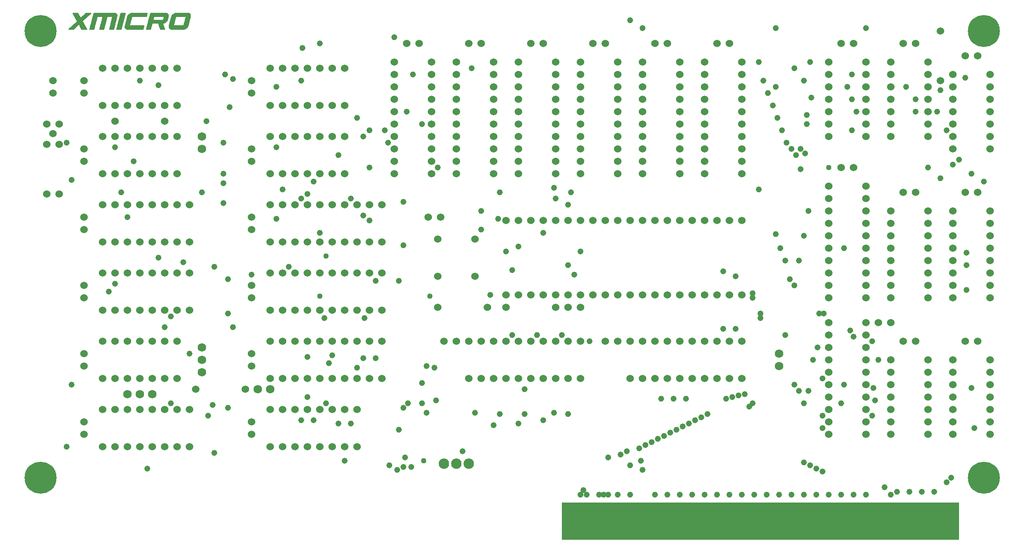
<source format=gts>
G75*
G70*
%OFA0B0*%
%FSLAX24Y24*%
%IPPOS*%
%LPD*%
%AMOC8*
5,1,8,0,0,1.08239X$1,22.5*
%
%ADD10C,0.0060*%
%ADD11C,0.0600*%
%ADD12R,3.2000X0.3000*%
%ADD13C,0.0680*%
%ADD14C,0.2580*%
%ADD15C,0.0476*%
%ADD16C,0.0840*%
%ADD17C,0.0437*%
D10*
X004461Y041254D02*
X005156Y041884D01*
X004788Y042535D01*
X005196Y042535D01*
X005418Y042129D01*
X005859Y042535D01*
X006247Y042535D01*
X005548Y041894D01*
X005920Y041254D01*
X005508Y041254D01*
X005286Y041660D01*
X004849Y041254D01*
X004461Y041254D01*
X004513Y041301D02*
X004899Y041301D01*
X004962Y041359D02*
X004577Y041359D01*
X004642Y041418D02*
X005025Y041418D01*
X005088Y041476D02*
X004706Y041476D01*
X004771Y041535D02*
X005151Y041535D01*
X005214Y041593D02*
X004835Y041593D01*
X004900Y041652D02*
X005277Y041652D01*
X005290Y041652D02*
X005689Y041652D01*
X005655Y041710D02*
X004964Y041710D01*
X005029Y041769D02*
X005621Y041769D01*
X005587Y041827D02*
X005093Y041827D01*
X005155Y041886D02*
X005553Y041886D01*
X005602Y041944D02*
X005122Y041944D01*
X005089Y042003D02*
X005666Y042003D01*
X005730Y042061D02*
X005056Y042061D01*
X005023Y042120D02*
X005794Y042120D01*
X005858Y042178D02*
X005472Y042178D01*
X005391Y042178D02*
X004990Y042178D01*
X004957Y042237D02*
X005359Y042237D01*
X005327Y042295D02*
X004924Y042295D01*
X004890Y042354D02*
X005295Y042354D01*
X005263Y042412D02*
X004857Y042412D01*
X004824Y042471D02*
X005231Y042471D01*
X005199Y042529D02*
X004791Y042529D01*
X005535Y042237D02*
X005922Y042237D01*
X005985Y042295D02*
X005599Y042295D01*
X005662Y042354D02*
X006049Y042354D01*
X006113Y042412D02*
X005726Y042412D01*
X005789Y042471D02*
X006177Y042471D01*
X006241Y042529D02*
X005853Y042529D01*
X006435Y042354D02*
X008350Y042354D01*
X008350Y042370D02*
X008350Y042296D01*
X008339Y042222D01*
X008087Y041254D01*
X007742Y041254D01*
X008007Y042264D01*
X007557Y042264D01*
X007296Y041254D01*
X006946Y041254D01*
X007211Y042264D01*
X006761Y042264D01*
X006500Y041254D01*
X006151Y041254D01*
X006482Y042535D01*
X008168Y042535D01*
X008204Y042534D01*
X008239Y042525D01*
X008272Y042508D01*
X008300Y042485D01*
X008325Y042451D01*
X008342Y042412D01*
X008350Y042370D01*
X008342Y042412D02*
X006450Y042412D01*
X006465Y042471D02*
X008310Y042471D01*
X008221Y042529D02*
X006480Y042529D01*
X006420Y042295D02*
X008350Y042295D01*
X008341Y042237D02*
X008000Y042237D01*
X007985Y042178D02*
X008327Y042178D01*
X008312Y042120D02*
X007969Y042120D01*
X007954Y042061D02*
X008297Y042061D01*
X008282Y042003D02*
X007938Y042003D01*
X007923Y041944D02*
X008267Y041944D01*
X008251Y041886D02*
X007908Y041886D01*
X007892Y041827D02*
X008236Y041827D01*
X008221Y041769D02*
X007877Y041769D01*
X007862Y041710D02*
X008206Y041710D01*
X008191Y041652D02*
X007846Y041652D01*
X007831Y041593D02*
X008176Y041593D01*
X008160Y041535D02*
X007816Y041535D01*
X007800Y041476D02*
X008145Y041476D01*
X008130Y041418D02*
X007785Y041418D01*
X007770Y041359D02*
X008115Y041359D01*
X008100Y041301D02*
X007754Y041301D01*
X007338Y041418D02*
X006989Y041418D01*
X007005Y041476D02*
X007353Y041476D01*
X007368Y041535D02*
X007020Y041535D01*
X007035Y041593D02*
X007384Y041593D01*
X007399Y041652D02*
X007051Y041652D01*
X007066Y041710D02*
X007414Y041710D01*
X007429Y041769D02*
X007081Y041769D01*
X007097Y041827D02*
X007444Y041827D01*
X007459Y041886D02*
X007112Y041886D01*
X007128Y041944D02*
X007474Y041944D01*
X007490Y042003D02*
X007143Y042003D01*
X007158Y042061D02*
X007505Y042061D01*
X007520Y042120D02*
X007174Y042120D01*
X007189Y042178D02*
X007535Y042178D01*
X007550Y042237D02*
X007204Y042237D01*
X006754Y042237D02*
X006405Y042237D01*
X006389Y042178D02*
X006739Y042178D01*
X006724Y042120D02*
X006374Y042120D01*
X006359Y042061D02*
X006709Y042061D01*
X006694Y042003D02*
X006344Y042003D01*
X006329Y041944D02*
X006679Y041944D01*
X006664Y041886D02*
X006314Y041886D01*
X006299Y041827D02*
X006649Y041827D01*
X006633Y041769D02*
X006284Y041769D01*
X006269Y041710D02*
X006618Y041710D01*
X006603Y041652D02*
X006253Y041652D01*
X006238Y041593D02*
X006588Y041593D01*
X006573Y041535D02*
X006223Y041535D01*
X006208Y041476D02*
X006558Y041476D01*
X006543Y041418D02*
X006193Y041418D01*
X006178Y041359D02*
X006527Y041359D01*
X006512Y041301D02*
X006163Y041301D01*
X005893Y041301D02*
X005482Y041301D01*
X005450Y041359D02*
X005859Y041359D01*
X005825Y041418D02*
X005418Y041418D01*
X005386Y041476D02*
X005791Y041476D01*
X005757Y041535D02*
X005354Y041535D01*
X005322Y041593D02*
X005723Y041593D01*
X006959Y041301D02*
X007308Y041301D01*
X007323Y041359D02*
X006974Y041359D01*
X008339Y041254D02*
X008670Y042535D01*
X009015Y042535D01*
X008684Y041254D01*
X008339Y041254D01*
X008351Y041301D02*
X008696Y041301D01*
X008711Y041359D02*
X008366Y041359D01*
X008381Y041418D02*
X008726Y041418D01*
X008742Y041476D02*
X008396Y041476D01*
X008411Y041535D02*
X008757Y041535D01*
X008772Y041593D02*
X008426Y041593D01*
X008441Y041652D02*
X008787Y041652D01*
X008802Y041710D02*
X008456Y041710D01*
X008472Y041769D02*
X008817Y041769D01*
X008832Y041827D02*
X008487Y041827D01*
X008502Y041886D02*
X008847Y041886D01*
X008862Y041944D02*
X008517Y041944D01*
X008532Y042003D02*
X008878Y042003D01*
X008893Y042061D02*
X008547Y042061D01*
X008562Y042120D02*
X008908Y042120D01*
X008923Y042178D02*
X008577Y042178D01*
X008592Y042237D02*
X008938Y042237D01*
X008953Y042295D02*
X008608Y042295D01*
X008623Y042354D02*
X008968Y042354D01*
X008983Y042412D02*
X008638Y042412D01*
X008653Y042471D02*
X008998Y042471D01*
X009014Y042529D02*
X008668Y042529D01*
X009203Y042273D02*
X009235Y042335D01*
X009276Y042393D01*
X009325Y042444D01*
X009369Y042482D01*
X009419Y042511D01*
X009474Y042531D01*
X009502Y042535D01*
X009529Y042535D01*
X010790Y042535D01*
X010724Y042264D01*
X009546Y042264D01*
X009357Y041525D01*
X010528Y041525D01*
X010463Y041254D01*
X009168Y041254D01*
X009139Y041256D01*
X009111Y041265D01*
X009086Y041279D01*
X009063Y041298D01*
X009036Y041335D01*
X009017Y041377D01*
X009007Y041422D01*
X009005Y041474D01*
X009011Y041525D01*
X009023Y041586D01*
X009180Y042206D01*
X009203Y042273D01*
X009215Y042295D02*
X010731Y042295D01*
X010746Y042354D02*
X009248Y042354D01*
X009295Y042412D02*
X010760Y042412D01*
X010774Y042471D02*
X009356Y042471D01*
X009468Y042529D02*
X010788Y042529D01*
X011028Y042471D02*
X011110Y042471D01*
X012438Y042471D01*
X012428Y042482D02*
X012453Y042454D01*
X012474Y042423D01*
X012488Y042389D01*
X012496Y042353D01*
X012495Y042288D01*
X012484Y042224D01*
X012441Y042063D01*
X012429Y042024D01*
X012410Y041988D01*
X012354Y041905D01*
X012286Y041831D01*
X012228Y041786D01*
X012163Y041753D01*
X012095Y041737D01*
X012026Y041729D01*
X012198Y041254D01*
X011852Y041254D01*
X011680Y041733D01*
X011180Y041733D01*
X011055Y041254D01*
X010710Y041254D01*
X011045Y042535D01*
X012288Y042535D01*
X012326Y042532D01*
X012363Y042522D01*
X012397Y042505D01*
X012428Y042482D01*
X012478Y042412D02*
X011170Y042412D01*
X011012Y042412D01*
X010997Y042354D02*
X011229Y042354D01*
X012496Y042354D01*
X012496Y042295D02*
X011288Y042295D01*
X010982Y042295D01*
X010967Y042237D02*
X011314Y042237D01*
X011320Y042264D02*
X011045Y042535D01*
X011320Y042264D01*
X012150Y042264D01*
X012082Y041985D01*
X011252Y041985D01*
X011320Y042264D01*
X011299Y042178D02*
X010951Y042178D01*
X010936Y042120D02*
X011285Y042120D01*
X011271Y042061D02*
X010921Y042061D01*
X010905Y042003D02*
X011256Y042003D01*
X011174Y041710D02*
X010829Y041710D01*
X010814Y041652D02*
X011159Y041652D01*
X011144Y041593D02*
X010798Y041593D01*
X010783Y041535D02*
X011128Y041535D01*
X011113Y041476D02*
X010768Y041476D01*
X010753Y041418D02*
X011098Y041418D01*
X011083Y041359D02*
X010737Y041359D01*
X010722Y041301D02*
X011068Y041301D01*
X010844Y041769D02*
X012194Y041769D01*
X012281Y041827D02*
X010860Y041827D01*
X010875Y041886D02*
X012337Y041886D01*
X012381Y041944D02*
X010890Y041944D01*
X010516Y041476D02*
X009005Y041476D01*
X009008Y041418D02*
X010502Y041418D01*
X010488Y041359D02*
X009025Y041359D01*
X009062Y041301D02*
X010474Y041301D01*
X011689Y041710D02*
X012033Y041710D01*
X012054Y041652D02*
X011709Y041652D01*
X011730Y041593D02*
X012075Y041593D01*
X012096Y041535D02*
X011751Y041535D01*
X011772Y041476D02*
X012117Y041476D01*
X012138Y041418D02*
X011793Y041418D01*
X011814Y041359D02*
X012159Y041359D01*
X012180Y041301D02*
X011835Y041301D01*
X012562Y041400D02*
X012576Y041358D01*
X012586Y041332D01*
X012603Y041309D01*
X012623Y041289D01*
X012647Y041273D01*
X012673Y041261D01*
X012701Y041256D01*
X012729Y041254D01*
X013743Y041254D01*
X013784Y041255D01*
X013824Y041263D01*
X013863Y041280D01*
X013898Y041302D01*
X013947Y041341D01*
X013990Y041386D01*
X014033Y041442D01*
X014067Y041504D01*
X014091Y041571D01*
X014263Y042230D01*
X014271Y042284D01*
X014271Y042339D01*
X014266Y042384D01*
X014253Y042428D01*
X014235Y042462D01*
X014210Y042492D01*
X014178Y042514D01*
X014142Y042529D01*
X014104Y042535D01*
X013115Y042535D01*
X013095Y042264D01*
X013115Y042535D01*
X013072Y042535D01*
X013018Y042527D01*
X012966Y042509D01*
X012919Y042481D01*
X012857Y042423D01*
X012806Y042356D01*
X012765Y042284D01*
X012735Y042206D01*
X012568Y041577D01*
X012560Y041538D01*
X012556Y041444D01*
X012562Y041400D01*
X012560Y041418D02*
X014014Y041418D01*
X014051Y041476D02*
X012557Y041476D01*
X012560Y041535D02*
X012902Y041535D01*
X012900Y041525D02*
X013732Y041525D01*
X013927Y042264D01*
X013095Y042264D01*
X012900Y041525D01*
X012918Y041593D02*
X012572Y041593D01*
X012588Y041652D02*
X012933Y041652D01*
X012949Y041710D02*
X012603Y041710D01*
X012619Y041769D02*
X012964Y041769D01*
X012979Y041827D02*
X012635Y041827D01*
X012650Y041886D02*
X012995Y041886D01*
X013010Y041944D02*
X012666Y041944D01*
X012681Y042003D02*
X013026Y042003D01*
X013041Y042061D02*
X012697Y042061D01*
X012712Y042120D02*
X013057Y042120D01*
X013072Y042178D02*
X012728Y042178D01*
X012747Y042237D02*
X013088Y042237D01*
X013097Y042295D02*
X014271Y042295D01*
X014269Y042354D02*
X013102Y042354D01*
X012804Y042354D01*
X012771Y042295D02*
X013097Y042295D01*
X013106Y042412D02*
X014258Y042412D01*
X014228Y042471D02*
X013110Y042471D01*
X012908Y042471D01*
X012849Y042412D02*
X013106Y042412D01*
X013115Y042529D02*
X014141Y042529D01*
X014264Y042237D02*
X013920Y042237D01*
X013905Y042178D02*
X014249Y042178D01*
X014234Y042120D02*
X013889Y042120D01*
X013874Y042061D02*
X014219Y042061D01*
X014204Y042003D02*
X013858Y042003D01*
X013843Y041944D02*
X014188Y041944D01*
X014173Y041886D02*
X013827Y041886D01*
X013812Y041827D02*
X014158Y041827D01*
X014143Y041769D02*
X013796Y041769D01*
X013781Y041710D02*
X014128Y041710D01*
X014112Y041652D02*
X013765Y041652D01*
X013750Y041593D02*
X014097Y041593D01*
X014078Y041535D02*
X013734Y041535D01*
X013896Y041301D02*
X012611Y041301D01*
X012575Y041359D02*
X013964Y041359D01*
X012418Y042003D02*
X012086Y042003D01*
X012101Y042061D02*
X012441Y042061D01*
X012457Y042120D02*
X012115Y042120D01*
X012129Y042178D02*
X012472Y042178D01*
X012487Y042237D02*
X012144Y042237D01*
X012338Y042529D02*
X011051Y042529D01*
X011043Y042529D01*
X009539Y042237D02*
X009191Y042237D01*
X009173Y042178D02*
X009524Y042178D01*
X009509Y042120D02*
X009158Y042120D01*
X009144Y042061D02*
X009494Y042061D01*
X009479Y042003D02*
X009129Y042003D01*
X009114Y041944D02*
X009464Y041944D01*
X009449Y041886D02*
X009099Y041886D01*
X009084Y041827D02*
X009434Y041827D01*
X009419Y041769D02*
X009069Y041769D01*
X009054Y041710D02*
X009404Y041710D01*
X009389Y041652D02*
X009039Y041652D01*
X009024Y041593D02*
X009374Y041593D01*
X009359Y041535D02*
X009013Y041535D01*
X013033Y042529D02*
X013115Y042529D01*
D11*
X013180Y038100D03*
X012180Y038100D03*
X011180Y038100D03*
X010180Y038100D03*
X009180Y038100D03*
X008180Y038100D03*
X007180Y038100D03*
X005680Y037100D03*
X005680Y036100D03*
X007180Y035100D03*
X008180Y035100D03*
X009180Y035100D03*
X010180Y035100D03*
X011180Y035100D03*
X012180Y035100D03*
X013180Y035100D03*
X012180Y033850D03*
X012180Y032600D03*
X013180Y032600D03*
X011180Y032600D03*
X010180Y032600D03*
X009180Y032600D03*
X008180Y032600D03*
X007180Y032600D03*
X005680Y031600D03*
X005680Y030600D03*
X007180Y029600D03*
X008180Y029600D03*
X009180Y029600D03*
X010180Y029600D03*
X011180Y029600D03*
X012180Y029600D03*
X013180Y029600D03*
X013180Y027100D03*
X012180Y027100D03*
X011180Y027100D03*
X010180Y027100D03*
X009180Y027100D03*
X008180Y027100D03*
X007180Y027100D03*
X005680Y026100D03*
X005680Y025100D03*
X007180Y024100D03*
X008180Y024100D03*
X009180Y024100D03*
X010180Y024100D03*
X011180Y024100D03*
X012180Y024100D03*
X013180Y024100D03*
X014180Y024100D03*
X014180Y021600D03*
X013180Y021600D03*
X012180Y021600D03*
X011180Y021600D03*
X010180Y021600D03*
X009180Y021600D03*
X008180Y021600D03*
X007180Y021600D03*
X005680Y020600D03*
X005680Y019600D03*
X007180Y018600D03*
X008180Y018600D03*
X009180Y018600D03*
X010180Y018600D03*
X011180Y018600D03*
X012180Y018600D03*
X013180Y018600D03*
X014180Y018600D03*
X013180Y016100D03*
X012180Y016100D03*
X011180Y016100D03*
X010180Y016100D03*
X009180Y016100D03*
X008180Y016100D03*
X007180Y016100D03*
X005680Y015100D03*
X005680Y014100D03*
X007180Y013100D03*
X008180Y013100D03*
X009180Y013100D03*
X010180Y013100D03*
X011180Y013100D03*
X012180Y013100D03*
X013180Y013100D03*
X014680Y012225D03*
X014180Y010600D03*
X013180Y010600D03*
X012180Y010600D03*
X011180Y010600D03*
X010180Y010600D03*
X009180Y010600D03*
X008180Y010600D03*
X007180Y010600D03*
X005680Y009600D03*
X005680Y008600D03*
X007180Y007600D03*
X008180Y007600D03*
X009180Y007600D03*
X010180Y007600D03*
X011180Y007600D03*
X012180Y007600D03*
X013180Y007600D03*
X014180Y007600D03*
X019180Y008600D03*
X020680Y007600D03*
X021680Y007600D03*
X022680Y007600D03*
X023680Y007600D03*
X024680Y007600D03*
X025680Y007600D03*
X026680Y007600D03*
X027680Y007600D03*
X027680Y010600D03*
X026680Y010600D03*
X025680Y010600D03*
X024680Y010600D03*
X023680Y010600D03*
X022680Y010600D03*
X021680Y010600D03*
X020680Y010600D03*
X019180Y009600D03*
X018680Y012225D03*
X020680Y013100D03*
X021680Y013100D03*
X022680Y013100D03*
X023680Y013100D03*
X024680Y013100D03*
X025680Y013100D03*
X026680Y013100D03*
X027680Y013100D03*
X028680Y013100D03*
X029680Y013100D03*
X029680Y016100D03*
X028680Y016100D03*
X027680Y016100D03*
X026680Y016100D03*
X025680Y016100D03*
X024680Y016100D03*
X023680Y016100D03*
X022680Y016100D03*
X021680Y016100D03*
X020680Y016100D03*
X019180Y015100D03*
X019180Y014100D03*
X020680Y018600D03*
X021680Y018600D03*
X022680Y018600D03*
X023680Y018600D03*
X024680Y018600D03*
X025680Y018600D03*
X026680Y018600D03*
X027680Y018600D03*
X028680Y018600D03*
X029680Y018600D03*
X034180Y018850D03*
X038180Y018850D03*
X039680Y018850D03*
X039680Y019850D03*
X040680Y019850D03*
X041680Y019850D03*
X042680Y019850D03*
X043680Y019850D03*
X044680Y019850D03*
X045680Y019850D03*
X045680Y018850D03*
X044680Y018850D03*
X043680Y018850D03*
X046680Y019850D03*
X047680Y019850D03*
X048680Y019850D03*
X049680Y019850D03*
X050680Y019850D03*
X051680Y019850D03*
X052680Y019850D03*
X053680Y019850D03*
X054680Y019850D03*
X055680Y019850D03*
X056680Y019850D03*
X057680Y019850D03*
X058680Y019850D03*
X058680Y016100D03*
X057680Y016100D03*
X056680Y016100D03*
X055680Y016100D03*
X054680Y016100D03*
X053680Y016100D03*
X052680Y016100D03*
X051680Y016100D03*
X050680Y016100D03*
X049680Y016100D03*
X048680Y016100D03*
X047680Y016100D03*
X045680Y016100D03*
X044680Y016100D03*
X043680Y016100D03*
X042680Y016100D03*
X041680Y016100D03*
X040680Y016100D03*
X039680Y016100D03*
X038680Y016100D03*
X037680Y016100D03*
X036680Y016100D03*
X035680Y016100D03*
X034680Y016100D03*
X036680Y013100D03*
X037680Y013100D03*
X038680Y013100D03*
X039680Y013100D03*
X040680Y013100D03*
X041680Y013100D03*
X042680Y013100D03*
X043680Y013100D03*
X044680Y013100D03*
X045680Y013100D03*
X049680Y013100D03*
X050680Y013100D03*
X051680Y013100D03*
X052680Y013100D03*
X053680Y013100D03*
X054680Y013100D03*
X055680Y013100D03*
X056680Y013100D03*
X057680Y013100D03*
X058680Y013100D03*
X065680Y012600D03*
X065680Y013600D03*
X065680Y014600D03*
X065680Y015600D03*
X065680Y016600D03*
X065680Y017600D03*
X068680Y017600D03*
X069680Y017600D03*
X070680Y017600D03*
X068680Y016600D03*
X068680Y015600D03*
X068680Y014600D03*
X068680Y013600D03*
X068680Y012600D03*
X070680Y012600D03*
X070680Y013600D03*
X070680Y014600D03*
X071680Y016100D03*
X072680Y016100D03*
X073680Y014600D03*
X073680Y013600D03*
X073680Y012600D03*
X073680Y011600D03*
X073680Y010600D03*
X073680Y009600D03*
X073680Y008600D03*
X075680Y008600D03*
X075680Y009600D03*
X075680Y010600D03*
X075680Y011600D03*
X075680Y012600D03*
X075680Y013600D03*
X075680Y014600D03*
X078680Y014600D03*
X078680Y013600D03*
X078680Y012600D03*
X078680Y011600D03*
X078680Y010600D03*
X078680Y009600D03*
X078680Y008600D03*
X070680Y008600D03*
X068680Y008600D03*
X068680Y009600D03*
X068680Y010600D03*
X068680Y011600D03*
X070680Y011600D03*
X070680Y010600D03*
X070680Y009600D03*
X065680Y009600D03*
X065680Y010600D03*
X065680Y011600D03*
X065680Y008600D03*
X076680Y016100D03*
X077680Y016100D03*
X078680Y019600D03*
X078680Y020600D03*
X078680Y021600D03*
X078680Y022600D03*
X078680Y023600D03*
X078680Y024600D03*
X078680Y025600D03*
X078680Y026600D03*
X077680Y028100D03*
X076680Y028100D03*
X075680Y026600D03*
X075680Y025600D03*
X075680Y024600D03*
X075680Y023600D03*
X075680Y022600D03*
X075680Y021600D03*
X075680Y020600D03*
X075680Y019600D03*
X073680Y019600D03*
X073680Y020600D03*
X073680Y021600D03*
X073680Y022600D03*
X073680Y023600D03*
X073680Y024600D03*
X073680Y025600D03*
X073680Y026600D03*
X072680Y028100D03*
X071680Y028100D03*
X070680Y026600D03*
X070680Y025600D03*
X068680Y025600D03*
X068680Y026600D03*
X068680Y027600D03*
X068680Y028600D03*
X067680Y030100D03*
X066680Y030100D03*
X065680Y028600D03*
X065680Y027600D03*
X065680Y026600D03*
X065680Y025600D03*
X065680Y024600D03*
X065680Y023600D03*
X065680Y022600D03*
X065680Y021600D03*
X065680Y020600D03*
X065680Y019600D03*
X068680Y019600D03*
X068680Y020600D03*
X068680Y021600D03*
X070680Y021600D03*
X070680Y020600D03*
X070680Y019600D03*
X070680Y022600D03*
X070680Y023600D03*
X070680Y024600D03*
X068680Y024600D03*
X068680Y023600D03*
X068680Y022600D03*
X058680Y025850D03*
X057680Y025850D03*
X056680Y025850D03*
X055680Y025850D03*
X054680Y025850D03*
X053680Y025850D03*
X052680Y025850D03*
X051680Y025850D03*
X050680Y025850D03*
X049680Y025850D03*
X048680Y025850D03*
X047680Y025850D03*
X046680Y025850D03*
X045680Y025850D03*
X044680Y025850D03*
X043680Y025850D03*
X042680Y025850D03*
X041680Y025850D03*
X040680Y025850D03*
X039680Y025850D03*
X037180Y024350D03*
X034180Y024350D03*
X034430Y026100D03*
X033430Y026100D03*
X029680Y027100D03*
X028680Y027100D03*
X027680Y027100D03*
X026680Y027100D03*
X025680Y027100D03*
X024680Y027100D03*
X023680Y027100D03*
X022680Y027100D03*
X021680Y027100D03*
X020680Y027100D03*
X019180Y026100D03*
X019180Y025100D03*
X020680Y024100D03*
X021680Y024100D03*
X022680Y024100D03*
X023680Y024100D03*
X024680Y024100D03*
X025680Y024100D03*
X026680Y024100D03*
X027680Y024100D03*
X028680Y024100D03*
X029680Y024100D03*
X029680Y021600D03*
X028680Y021600D03*
X027680Y021600D03*
X026680Y021600D03*
X025680Y021600D03*
X024680Y021600D03*
X023680Y021600D03*
X022680Y021600D03*
X021680Y021600D03*
X020680Y021600D03*
X019180Y020600D03*
X019180Y019600D03*
X014180Y027100D03*
X019180Y030600D03*
X020680Y029600D03*
X021680Y029600D03*
X022680Y029600D03*
X023680Y029600D03*
X024680Y029600D03*
X025680Y029600D03*
X026680Y029600D03*
X030680Y029600D03*
X030680Y030600D03*
X030680Y031600D03*
X030680Y032600D03*
X030680Y033600D03*
X030680Y034600D03*
X030680Y035600D03*
X030680Y036600D03*
X030680Y037600D03*
X030680Y038600D03*
X031680Y040100D03*
X032680Y040100D03*
X033680Y038600D03*
X033680Y037600D03*
X033680Y036600D03*
X033680Y035600D03*
X033680Y034600D03*
X033680Y033600D03*
X033680Y032600D03*
X033680Y031600D03*
X033680Y030600D03*
X033680Y029600D03*
X035680Y029600D03*
X035680Y030600D03*
X035680Y031600D03*
X035680Y032600D03*
X035680Y033600D03*
X035680Y034600D03*
X035680Y035600D03*
X035680Y036600D03*
X035680Y037600D03*
X035680Y038600D03*
X036680Y040100D03*
X037680Y040100D03*
X038680Y038600D03*
X040680Y038600D03*
X040680Y037600D03*
X040680Y036600D03*
X040680Y035600D03*
X038680Y035600D03*
X038680Y036600D03*
X038680Y037600D03*
X041680Y040100D03*
X042680Y040100D03*
X043680Y038600D03*
X045680Y038600D03*
X045680Y037600D03*
X045680Y036600D03*
X045680Y035600D03*
X043680Y035600D03*
X043680Y036600D03*
X043680Y037600D03*
X046680Y040100D03*
X047680Y040100D03*
X048680Y038600D03*
X048680Y037600D03*
X048680Y036600D03*
X048680Y035600D03*
X048680Y034600D03*
X048680Y033600D03*
X048680Y032600D03*
X048680Y031600D03*
X048680Y030600D03*
X048680Y029600D03*
X050680Y029600D03*
X050680Y030600D03*
X050680Y031600D03*
X050680Y032600D03*
X050680Y033600D03*
X050680Y034600D03*
X050680Y035600D03*
X050680Y036600D03*
X050680Y037600D03*
X050680Y038600D03*
X051680Y040100D03*
X052680Y040100D03*
X053680Y038600D03*
X053680Y037600D03*
X053680Y036600D03*
X053680Y035600D03*
X053680Y034600D03*
X053680Y033600D03*
X053680Y032600D03*
X053680Y031600D03*
X053680Y030600D03*
X053680Y029600D03*
X055680Y029600D03*
X055680Y030600D03*
X055680Y031600D03*
X055680Y032600D03*
X055680Y033600D03*
X055680Y034600D03*
X055680Y035600D03*
X055680Y036600D03*
X055680Y037600D03*
X055680Y038600D03*
X056680Y040100D03*
X057680Y040100D03*
X058680Y038600D03*
X058680Y037600D03*
X058680Y036600D03*
X058680Y035600D03*
X058680Y034600D03*
X058680Y033600D03*
X058680Y032600D03*
X058680Y031600D03*
X058680Y030600D03*
X058680Y029600D03*
X065680Y032600D03*
X065680Y033600D03*
X065680Y034600D03*
X065680Y035600D03*
X065680Y036600D03*
X065680Y037600D03*
X065680Y038600D03*
X066680Y040100D03*
X067680Y040100D03*
X068680Y038600D03*
X070680Y038600D03*
X070680Y037600D03*
X070680Y036600D03*
X070680Y035600D03*
X068680Y035600D03*
X068680Y036600D03*
X068680Y037600D03*
X071680Y040100D03*
X072680Y040100D03*
X074680Y041100D03*
X076680Y039100D03*
X077680Y039100D03*
X078680Y037600D03*
X078680Y036600D03*
X078680Y035600D03*
X078680Y034600D03*
X078680Y033600D03*
X078680Y032600D03*
X078680Y031600D03*
X075680Y031600D03*
X075680Y032600D03*
X075680Y033600D03*
X075680Y034600D03*
X075680Y035600D03*
X075680Y036600D03*
X075680Y037600D03*
X074680Y037100D03*
X073680Y036600D03*
X073680Y035600D03*
X073680Y034600D03*
X073680Y033600D03*
X073680Y032600D03*
X070680Y032600D03*
X070680Y033600D03*
X070680Y034600D03*
X068680Y034600D03*
X068680Y033600D03*
X068680Y032600D03*
X073680Y037600D03*
X073680Y038600D03*
X045680Y034600D03*
X045680Y033600D03*
X045680Y032600D03*
X045680Y031600D03*
X043680Y031600D03*
X043680Y032600D03*
X043680Y033600D03*
X043680Y034600D03*
X040680Y034600D03*
X040680Y033600D03*
X040680Y032600D03*
X040680Y031600D03*
X038680Y031600D03*
X038680Y032600D03*
X038680Y033600D03*
X038680Y034600D03*
X038680Y030600D03*
X038680Y029600D03*
X040680Y029600D03*
X040680Y030600D03*
X043680Y030600D03*
X043680Y029600D03*
X045680Y029600D03*
X045680Y030600D03*
X037180Y021350D03*
X034180Y021350D03*
X019180Y031600D03*
X020680Y032600D03*
X021680Y032600D03*
X022680Y032600D03*
X023680Y032600D03*
X024680Y032600D03*
X025680Y032600D03*
X026680Y032600D03*
X026680Y035100D03*
X025680Y035100D03*
X024680Y035100D03*
X023680Y035100D03*
X022680Y035100D03*
X021680Y035100D03*
X020680Y035100D03*
X019180Y036100D03*
X019180Y037100D03*
X020680Y038100D03*
X021680Y038100D03*
X022680Y038100D03*
X023680Y038100D03*
X024680Y038100D03*
X025680Y038100D03*
X026680Y038100D03*
X008180Y033850D03*
X003680Y033600D03*
X002680Y033600D03*
X003180Y032850D03*
X002680Y031975D03*
X003680Y031975D03*
X003680Y027975D03*
X002680Y027975D03*
X003180Y036100D03*
X003180Y037100D03*
D12*
X060180Y001600D03*
D13*
X061680Y014100D03*
X061680Y015100D03*
X020680Y012225D03*
X019680Y012225D03*
X015180Y013600D03*
X015180Y014600D03*
X015180Y015600D03*
X011180Y011850D03*
X010180Y011850D03*
X009180Y011850D03*
X015180Y031600D03*
X015180Y032600D03*
D14*
X002180Y005100D03*
X002180Y041100D03*
X078180Y041100D03*
X078180Y005100D03*
D15*
X075555Y005100D03*
X075180Y004725D03*
X074180Y003975D03*
X073180Y003975D03*
X072180Y003975D03*
X071180Y003975D03*
X070680Y003725D03*
X070180Y004350D03*
X068680Y003725D03*
X067680Y003725D03*
X066680Y003725D03*
X065680Y003725D03*
X064680Y003725D03*
X063680Y003725D03*
X062680Y003725D03*
X061680Y003725D03*
X060680Y003725D03*
X059680Y003725D03*
X058680Y003725D03*
X057680Y003725D03*
X056680Y003725D03*
X055680Y003725D03*
X054680Y003725D03*
X053680Y003725D03*
X052680Y003725D03*
X051680Y003725D03*
X049680Y003725D03*
X048680Y003725D03*
X047930Y003725D03*
X047555Y003725D03*
X047180Y003725D03*
X046180Y003725D03*
X045930Y004100D03*
X045680Y003725D03*
X049680Y006100D03*
X050555Y006475D03*
X050680Y005725D03*
X049430Y007225D03*
X048930Y006975D03*
X047930Y006725D03*
X050430Y007475D03*
X050930Y007725D03*
X051430Y007975D03*
X051930Y008225D03*
X052430Y008475D03*
X052930Y008725D03*
X053430Y008975D03*
X053930Y009225D03*
X054430Y009475D03*
X054930Y009725D03*
X055430Y009975D03*
X055930Y010225D03*
X057430Y011475D03*
X057930Y011600D03*
X058430Y011725D03*
X058930Y011850D03*
X059555Y011100D03*
X059305Y010850D03*
X062930Y012600D03*
X063305Y012100D03*
X064055Y012100D03*
X063680Y011100D03*
X065180Y010100D03*
X065180Y009100D03*
X066680Y011100D03*
X066930Y012600D03*
X065180Y013100D03*
X064430Y014600D03*
X064805Y015600D03*
X062180Y016600D03*
X060180Y017975D03*
X060180Y018350D03*
X059555Y019600D03*
X059555Y019975D03*
X058180Y021350D03*
X057180Y021725D03*
X061805Y023600D03*
X062180Y022600D03*
X063305Y022600D03*
X062555Y021100D03*
X062930Y020600D03*
X064930Y018350D03*
X065305Y018350D03*
X067430Y016975D03*
X067680Y016475D03*
X069180Y016100D03*
X069680Y014600D03*
X069305Y012350D03*
X069430Y011350D03*
X069180Y010100D03*
X064180Y006100D03*
X063680Y006350D03*
X064680Y005850D03*
X065180Y005600D03*
X054180Y011475D03*
X053180Y011475D03*
X052180Y011475D03*
X044680Y010225D03*
X043555Y010350D03*
X042680Y009725D03*
X041180Y010225D03*
X040680Y009475D03*
X039180Y010225D03*
X038680Y009350D03*
X037180Y010350D03*
X034055Y011350D03*
X032930Y011100D03*
X031805Y011100D03*
X031430Y010725D03*
X033305Y010350D03*
X031055Y008975D03*
X031555Y006725D03*
X031430Y005975D03*
X030930Y005725D03*
X030305Y006100D03*
X032055Y005975D03*
X036180Y007225D03*
X041180Y012225D03*
X046430Y016100D03*
X044180Y016600D03*
X042180Y016600D03*
X040180Y016600D03*
X038430Y019850D03*
X040180Y021850D03*
X039680Y023350D03*
X040680Y023725D03*
X042680Y024850D03*
X045680Y023350D03*
X044680Y022225D03*
X045180Y021475D03*
X037680Y025100D03*
X039055Y025975D03*
X037680Y026600D03*
X039180Y028100D03*
X043555Y028475D03*
X044930Y028100D03*
X043680Y027600D03*
X044680Y027100D03*
X034180Y030100D03*
X030180Y032100D03*
X029930Y033100D03*
X028680Y033100D03*
X028180Y032600D03*
X027680Y034100D03*
X031680Y034600D03*
X032930Y033600D03*
X028680Y030100D03*
X026180Y031100D03*
X024180Y028975D03*
X023680Y027975D03*
X023180Y027600D03*
X021680Y028350D03*
X021180Y025975D03*
X024680Y024850D03*
X028180Y026225D03*
X028680Y025850D03*
X027180Y027600D03*
X031430Y027350D03*
X031430Y023850D03*
X031055Y020975D03*
X029180Y020975D03*
X028305Y017975D03*
X025055Y017975D03*
X025680Y014975D03*
X025430Y014350D03*
X023680Y014850D03*
X027680Y013975D03*
X028180Y014725D03*
X029180Y014725D03*
X033305Y014100D03*
X033930Y013975D03*
X032930Y012725D03*
X027180Y009475D03*
X026180Y009475D03*
X024180Y009725D03*
X023180Y009725D03*
X025180Y011100D03*
X023680Y011600D03*
X017305Y010725D03*
X016055Y010975D03*
X015680Y010100D03*
X012680Y011100D03*
X014180Y015100D03*
X012180Y017225D03*
X012680Y018100D03*
X017305Y018350D03*
X017680Y017225D03*
X017305Y021100D03*
X019180Y021475D03*
X016180Y022100D03*
X013680Y022475D03*
X011680Y022850D03*
X008180Y020725D03*
X007680Y020100D03*
X009180Y026100D03*
X008680Y028100D03*
X004680Y029100D03*
X008180Y031725D03*
X009680Y030600D03*
X015180Y028100D03*
X016930Y028850D03*
X016930Y029600D03*
X021180Y031725D03*
X016930Y032100D03*
X015555Y033850D03*
X017430Y034975D03*
X021180Y036600D03*
X023180Y037100D03*
X023305Y039725D03*
X024680Y040100D03*
X030680Y040600D03*
X032180Y037600D03*
X036930Y038100D03*
X049680Y041975D03*
X050680Y041350D03*
X060055Y038600D03*
X060430Y037100D03*
X061430Y036600D03*
X060805Y036100D03*
X061180Y035100D03*
X061555Y034100D03*
X061930Y033100D03*
X062305Y032100D03*
X062680Y031600D03*
X063430Y031600D03*
X063805Y031225D03*
X063055Y031100D03*
X063430Y029975D03*
X060055Y028350D03*
X064055Y026600D03*
X061430Y024725D03*
X063680Y024600D03*
X066930Y023600D03*
X076805Y023225D03*
X076805Y022225D03*
X076805Y020225D03*
X077180Y012350D03*
X077430Y009100D03*
X058180Y017100D03*
X057180Y017100D03*
X078180Y028975D03*
X077180Y029600D03*
X076180Y030725D03*
X075680Y030350D03*
X074680Y029225D03*
X073680Y030100D03*
X075180Y033100D03*
X074430Y034600D03*
X072680Y034600D03*
X072680Y035600D03*
X071930Y036600D03*
X074680Y036350D03*
X076680Y037350D03*
X068680Y041350D03*
X064180Y038600D03*
X062930Y038100D03*
X063680Y037100D03*
X064305Y035725D03*
X063930Y034350D03*
X063930Y033600D03*
X067555Y033100D03*
X067930Y034600D03*
X067555Y035600D03*
X067180Y036600D03*
X067555Y037600D03*
X061430Y041350D03*
X022180Y022100D03*
X016930Y027225D03*
X004305Y032100D03*
X011680Y036725D03*
X010180Y037100D03*
X017055Y037600D03*
X017680Y037225D03*
X004680Y012600D03*
X004305Y007600D03*
X010805Y005850D03*
X016180Y007100D03*
X026680Y006475D03*
D16*
X034680Y006225D03*
X035680Y006225D03*
X036680Y006225D03*
D17*
X033055Y006475D03*
X033555Y019725D03*
X025180Y022975D03*
X024680Y019725D03*
X065680Y030100D03*
M02*

</source>
